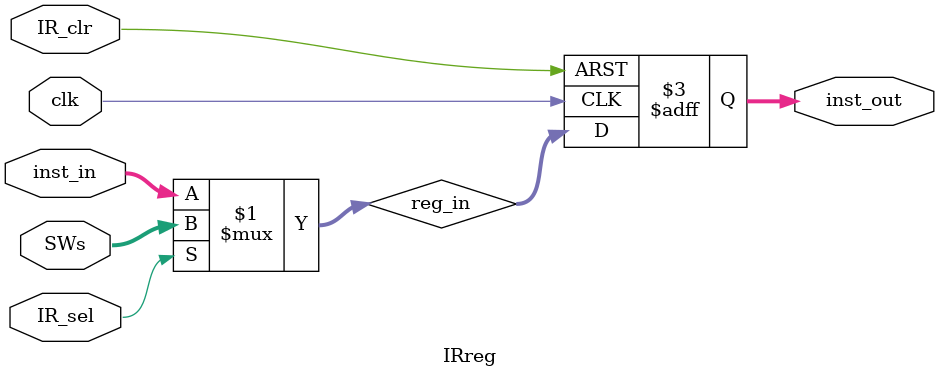
<source format=sv>
`timescale 1ns / 1ps


module IRreg( input logic clk,
              input logic [11:0] inst_in,
              input logic [11:0] SWs,
              input logic IR_clr,
              input logic IR_sel,
              output logic [11:0] inst_out );

    logic [11:0] reg_in;         
      
    assign reg_in = IR_sel ? SWs : inst_in;          

    always_ff@(posedge clk, posedge IR_clr)
        begin
            if( IR_clr )            inst_out <= 12'b0000_0000_0000;
            else                    inst_out <= reg_in;
        end

endmodule

</source>
